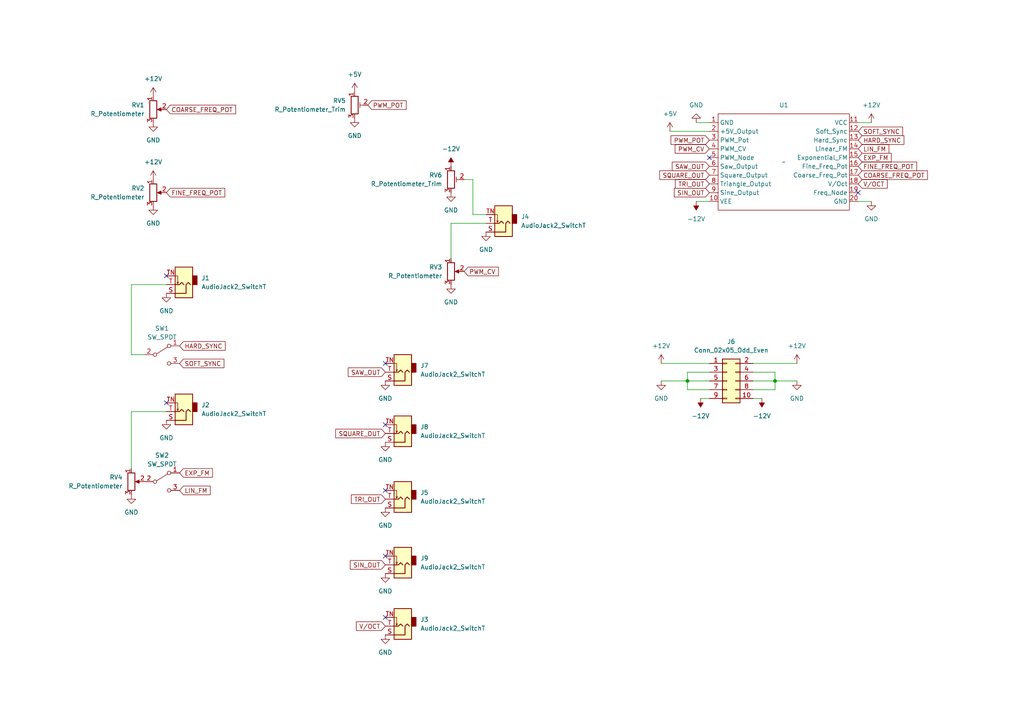
<source format=kicad_sch>
(kicad_sch (version 20230121) (generator eeschema)
  (paper "A4")
  (lib_symbols
    (symbol "Connector_Audio:AudioJack2_SwitchT"
      (property "Reference" "J" (at 0 8.89 0))
      (property "Value" "AudioJack2_SwitchT" (at 0 6.35 0))
      (symbol "AudioJack2_SwitchT_0_1"
        (rectangle (start -2.54 0) (end -3.81 -2.54) (stroke (width 0.254)) (fill (type outline)))
        (polyline (pts (xy 1.778 -0.254) (xy 2.032 -0.762)))
        (polyline (pts (xy 0 0) (xy 0.635 -0.635) (xy 1.27 0) (xy 2.54 0)) (stroke (width 0.254)))
        (polyline (pts (xy 2.54 -2.54) (xy 1.778 -2.54) (xy 1.778 -0.254) (xy 1.524 -0.762)))
        (polyline (pts (xy 2.54 2.54) (xy -0.635 2.54) (xy -0.635 0) (xy -1.27 -0.635) (xy -1.905 0)) (stroke (width 0.254)))
        (rectangle (start 2.54 3.81) (end -2.54 -5.08) (stroke (width 0.254)) (fill (type background)))
      )
      (symbol "AudioJack2_SwitchT_1_1"
        (pin passive line (at 5.08 2.54 180) (length 2.54) (name "~") (number "S"))
        (pin passive line (at 5.08 0 180) (length 2.54) (name "~") (number "T"))
        (pin passive line (at 5.08 -2.54 180) (length 2.54) (name "~") (number "TN"))
      )
    )
    (symbol "Connector_Generic:Conn_02x05_Odd_Even" (pin_names (offset 1.016) hide)
      (property "Reference" "J" (at 1.27 7.62 0))
      (property "Value" "Conn_02x05_Odd_Even" (at 1.27 -7.62 0))
      (symbol "Conn_02x05_Odd_Even_1_1"
        (rectangle (start -1.27 -4.953) (end 0 -5.207) (stroke (width 0.1524)))
        (rectangle (start -1.27 -2.413) (end 0 -2.667) (stroke (width 0.1524)))
        (rectangle (start -1.27 0.127) (end 0 -0.127) (stroke (width 0.1524)))
        (rectangle (start -1.27 2.667) (end 0 2.413) (stroke (width 0.1524)))
        (rectangle (start -1.27 5.207) (end 0 4.953) (stroke (width 0.1524)))
        (rectangle (start -1.27 6.35) (end 3.81 -6.35) (stroke (width 0.254)) (fill (type background)))
        (rectangle (start 3.81 -4.953) (end 2.54 -5.207) (stroke (width 0.1524)))
        (rectangle (start 3.81 -2.413) (end 2.54 -2.667) (stroke (width 0.1524)))
        (rectangle (start 3.81 0.127) (end 2.54 -0.127) (stroke (width 0.1524)))
        (rectangle (start 3.81 2.667) (end 2.54 2.413) (stroke (width 0.1524)))
        (rectangle (start 3.81 5.207) (end 2.54 4.953) (stroke (width 0.1524)))
        (pin passive line (at -5.08 5.08 0) (length 3.81) (name "Pin_1") (number "1"))
        (pin passive line (at 7.62 -5.08 180) (length 3.81) (name "Pin_10") (number "10"))
        (pin passive line (at 7.62 5.08 180) (length 3.81) (name "Pin_2") (number "2"))
        (pin passive line (at -5.08 2.54 0) (length 3.81) (name "Pin_3") (number "3"))
        (pin passive line (at 7.62 2.54 180) (length 3.81) (name "Pin_4") (number "4"))
        (pin passive line (at -5.08 0 0) (length 3.81) (name "Pin_5") (number "5"))
        (pin passive line (at 7.62 0 180) (length 3.81) (name "Pin_6") (number "6"))
        (pin passive line (at -5.08 -2.54 0) (length 3.81) (name "Pin_7") (number "7"))
        (pin passive line (at 7.62 -2.54 180) (length 3.81) (name "Pin_8") (number "8"))
        (pin passive line (at -5.08 -5.08 0) (length 3.81) (name "Pin_9") (number "9"))
      )
    )
    (symbol "Dans_Eurorack_Library:Electrosmith_3340_VCO"
      (property "Reference" "U" (at 0 0 0))
      (symbol "Electrosmith_3340_VCO_0_1"
        (rectangle (start -19.05 13.97) (end 19.05 -13.97))
      )
      (symbol "Electrosmith_3340_VCO_1_1"
        (pin input line (at -21.59 11.43 0) (length 2.54) (name "GND") (number "1"))
        (pin input line (at -21.59 -11.43 0) (length 2.54) (name "VEE") (number "10"))
        (pin input line (at 21.59 11.43 180) (length 2.54) (name "VCC") (number "11"))
        (pin input line (at 21.59 8.89 180) (length 2.54) (name "Soft_Sync") (number "12"))
        (pin input line (at 21.59 6.35 180) (length 2.54) (name "Hard_Sync") (number "13"))
        (pin input line (at 21.59 3.81 180) (length 2.54) (name "Linear_FM") (number "14"))
        (pin input line (at 21.59 1.27 180) (length 2.54) (name "Exponential_FM") (number "15"))
        (pin input line (at 21.59 -1.27 180) (length 2.54) (name "Fine_Freq_Pot") (number "16"))
        (pin input line (at 21.59 -3.81 180) (length 2.54) (name "Coarse_Freq_Pot") (number "17"))
        (pin input line (at 21.59 -6.35 180) (length 2.54) (name "V/Oct") (number "18"))
        (pin input line (at 21.59 -8.89 180) (length 2.54) (name "Freq_Node") (number "19"))
        (pin output line (at -21.59 8.89 0) (length 2.54) (name "+5V_Output") (number "2"))
        (pin input line (at 21.59 -11.43 180) (length 2.54) (name "GND") (number "20"))
        (pin input line (at -21.59 6.35 0) (length 2.54) (name "PWM_Pot") (number "3"))
        (pin input line (at -21.59 3.81 0) (length 2.54) (name "PWM_CV") (number "4"))
        (pin input line (at -21.59 1.27 0) (length 2.54) (name "PWM_Node") (number "5"))
        (pin output line (at -21.59 -1.27 0) (length 2.54) (name "Saw_Output") (number "6"))
        (pin output line (at -21.59 -3.81 0) (length 2.54) (name "Square_Output") (number "7"))
        (pin output line (at -21.59 -6.35 0) (length 2.54) (name "Triangle_Output") (number "8"))
        (pin output line (at -21.59 -8.89 0) (length 2.54) (name "Sine_Output") (number "9"))
      )
    )
    (symbol "Device:R_Potentiometer" (pin_names (offset 1.016) hide)
      (property "Reference" "RV" (at -4.445 0 90))
      (property "Value" "R_Potentiometer" (at -2.54 0 90))
      (symbol "R_Potentiometer_0_1"
        (polyline (pts (xy 2.54 0) (xy 1.524 0)))
        (polyline (pts (xy 1.143 0) (xy 2.286 0.508) (xy 2.286 -0.508) (xy 1.143 0)) (fill (type outline)))
        (rectangle (start 1.016 2.54) (end -1.016 -2.54) (stroke (width 0.254)))
      )
      (symbol "R_Potentiometer_1_1"
        (pin passive line (at 0 3.81 270) (length 1.27) (name "1") (number "1"))
        (pin passive line (at 3.81 0 180) (length 1.27) (name "2") (number "2"))
        (pin passive line (at 0 -3.81 90) (length 1.27) (name "3") (number "3"))
      )
    )
    (symbol "Device:R_Potentiometer_Trim" (pin_names (offset 1.016) hide)
      (property "Reference" "RV" (at -4.445 0 90))
      (property "Value" "R_Potentiometer_Trim" (at -2.54 0 90))
      (symbol "R_Potentiometer_Trim_0_1"
        (polyline (pts (xy 1.524 0.762) (xy 1.524 -0.762)))
        (polyline (pts (xy 2.54 0) (xy 1.524 0)))
        (rectangle (start 1.016 2.54) (end -1.016 -2.54) (stroke (width 0.254)))
      )
      (symbol "R_Potentiometer_Trim_1_1"
        (pin passive line (at 0 3.81 270) (length 1.27) (name "1") (number "1"))
        (pin passive line (at 3.81 0 180) (length 1.27) (name "2") (number "2"))
        (pin passive line (at 0 -3.81 90) (length 1.27) (name "3") (number "3"))
      )
    )
    (symbol "Switch:SW_SPDT" (pin_names (offset 0) hide)
      (property "Reference" "SW" (at 0 4.318 0))
      (property "Value" "SW_SPDT" (at 0 -5.08 0))
      (symbol "SW_SPDT_0_0"
        (circle (center -2.032 0) (radius 0.508))
        (circle (center 2.032 -2.54) (radius 0.508))
      )
      (symbol "SW_SPDT_0_1"
        (polyline (pts (xy -1.524 0.254) (xy 1.651 2.286)))
        (circle (center 2.032 2.54) (radius 0.508))
      )
      (symbol "SW_SPDT_1_1"
        (pin passive line (at 5.08 2.54 180) (length 2.54) (name "A") (number "1"))
        (pin passive line (at -5.08 0 0) (length 2.54) (name "B") (number "2"))
        (pin passive line (at 5.08 -2.54 180) (length 2.54) (name "C") (number "3"))
      )
    )
    (symbol "power:+12V" (power) (pin_names (offset 0))
      (property "Value" "+12V" (at 0 3.556 0))
      (symbol "+12V_0_1"
        (polyline (pts (xy -0.762 1.27) (xy 0 2.54)))
        (polyline (pts (xy 0 0) (xy 0 2.54)))
        (polyline (pts (xy 0 2.54) (xy 0.762 1.27)))
      )
      (symbol "+12V_1_1"
        (pin power_in line (at 0 0 90) (length 0) hide (name "+12V") (number "1"))
      )
    )
    (symbol "power:+5V" (power) (pin_names (offset 0))
      (property "Value" "+5V" (at 0 3.556 0))
      (symbol "+5V_0_1"
        (polyline (pts (xy -0.762 1.27) (xy 0 2.54)))
        (polyline (pts (xy 0 0) (xy 0 2.54)))
        (polyline (pts (xy 0 2.54) (xy 0.762 1.27)))
      )
      (symbol "+5V_1_1"
        (pin power_in line (at 0 0 90) (length 0) hide (name "+5V") (number "1"))
      )
    )
    (symbol "power:-12V" (power) (pin_names (offset 0))
      (property "Value" "-12V" (at 0 3.81 0))
      (symbol "-12V_0_0"
        (pin power_in line (at 0 0 90) (length 0) hide (name "-12V") (number "1"))
      )
      (symbol "-12V_0_1"
        (polyline (pts (xy 0 0) (xy 0 1.27) (xy 0.762 1.27) (xy 0 2.54) (xy -0.762 1.27) (xy 0 1.27)) (fill (type outline)))
      )
    )
    (symbol "power:GND" (power) (pin_names (offset 0))
      (property "Value" "GND" (at 0 -3.81 0))
      (symbol "GND_0_1"
        (polyline (pts (xy 0 0) (xy 0 -1.27) (xy 1.27 -1.27) (xy 0 -2.54) (xy -1.27 -1.27) (xy 0 -1.27)))
      )
      (symbol "GND_1_1"
        (pin power_in line (at 0 0 270) (length 0) hide (name "GND") (number "1"))
      )
    )
  )
  (junction (at 224.79 110.49))
  (junction (at 199.39 110.49))
  (no_connect (at 248.92 55.88))
  (no_connect (at 111.76 105.41))
  (no_connect (at 111.76 123.19))
  (no_connect (at 48.26 116.84))
  (no_connect (at 205.74 45.72))
  (no_connect (at 111.76 142.24))
  (no_connect (at 48.26 80.01))
  (no_connect (at 111.76 179.07))
  (no_connect (at 111.76 161.29))
  (wire (pts (xy 205.74 107.95) (xy 199.39 107.95)))
  (wire (pts (xy 218.44 107.95) (xy 224.79 107.95)))
  (wire (pts (xy 220.98 115.57) (xy 218.44 115.57)))
  (wire (pts (xy 137.16 52.07) (xy 134.62 52.07)))
  (wire (pts (xy 199.39 110.49) (xy 205.74 110.49)))
  (wire (pts (xy 191.77 110.49) (xy 199.39 110.49)))
  (wire (pts (xy 38.1 82.55) (xy 38.1 102.87)))
  (wire (pts (xy 252.73 58.42) (xy 248.92 58.42)))
  (wire (pts (xy 224.79 110.49) (xy 231.14 110.49)))
  (wire (pts (xy 194.31 38.1) (xy 205.74 38.1)))
  (wire (pts (xy 203.2 115.57) (xy 205.74 115.57)))
  (wire (pts (xy 140.97 62.23) (xy 137.16 62.23)))
  (wire (pts (xy 130.81 64.77) (xy 130.81 74.93)))
  (wire (pts (xy 38.1 119.38) (xy 38.1 135.89)))
  (wire (pts (xy 199.39 107.95) (xy 199.39 110.49)))
  (wire (pts (xy 218.44 113.03) (xy 224.79 113.03)))
  (wire (pts (xy 140.97 64.77) (xy 130.81 64.77)))
  (wire (pts (xy 218.44 110.49) (xy 224.79 110.49)))
  (wire (pts (xy 205.74 113.03) (xy 199.39 113.03)))
  (wire (pts (xy 201.93 35.56) (xy 205.74 35.56)))
  (wire (pts (xy 48.26 82.55) (xy 38.1 82.55)))
  (wire (pts (xy 191.77 105.41) (xy 205.74 105.41)))
  (wire (pts (xy 201.93 58.42) (xy 205.74 58.42)))
  (wire (pts (xy 137.16 62.23) (xy 137.16 52.07)))
  (wire (pts (xy 41.91 102.87) (xy 38.1 102.87)))
  (wire (pts (xy 252.73 35.56) (xy 248.92 35.56)))
  (wire (pts (xy 48.26 119.38) (xy 38.1 119.38)))
  (wire (pts (xy 199.39 113.03) (xy 199.39 110.49)))
  (wire (pts (xy 224.79 113.03) (xy 224.79 110.49)))
  (wire (pts (xy 218.44 105.41) (xy 231.14 105.41)))
  (wire (pts (xy 224.79 107.95) (xy 224.79 110.49)))
  (global_label "SOFT_SYNC" (shape input) (at 52.07 105.41 0) (property "Intersheetrefs" "${INTERSHEET_REFS}" (effects hide)))
  (global_label "PWM_POT" (shape input) (at 205.74 40.64 180) (property "Intersheetrefs" "${INTERSHEET_REFS}" (effects hide)))
  (global_label "PWM_CV" (shape input) (at 205.74 43.18 180) (property "Intersheetrefs" "${INTERSHEET_REFS}" (effects hide)))
  (global_label "SAW_OUT" (shape input) (at 111.76 107.95 180) (property "Intersheetrefs" "${INTERSHEET_REFS}" (effects hide)))
  (global_label "FINE_FREQ_POT" (shape input) (at 248.92 48.26 0) (property "Intersheetrefs" "${INTERSHEET_REFS}" (effects hide)))
  (global_label "SOFT_SYNC" (shape input) (at 248.92 38.1 0) (property "Intersheetrefs" "${INTERSHEET_REFS}" (effects hide)))
  (global_label "SIN_OUT" (shape input) (at 205.74 55.88 180) (property "Intersheetrefs" "${INTERSHEET_REFS}" (effects hide)))
  (global_label "SQUARE_OUT" (shape input) (at 205.74 50.8 180) (property "Intersheetrefs" "${INTERSHEET_REFS}" (effects hide)))
  (global_label "EXP_FM" (shape input) (at 248.92 45.72 0) (property "Intersheetrefs" "${INTERSHEET_REFS}" (effects hide)))
  (global_label "TRI_OUT" (shape input) (at 205.74 53.34 180) (property "Intersheetrefs" "${INTERSHEET_REFS}" (effects hide)))
  (global_label "SQUARE_OUT" (shape input) (at 111.76 125.73 180) (property "Intersheetrefs" "${INTERSHEET_REFS}" (effects hide)))
  (global_label "TRI_OUT" (shape input) (at 111.76 144.78 180) (property "Intersheetrefs" "${INTERSHEET_REFS}" (effects hide)))
  (global_label "V{slash}OCT" (shape input) (at 111.76 181.61 180) (property "Intersheetrefs" "${INTERSHEET_REFS}" (effects hide)))
  (global_label "LIN_FM" (shape input) (at 248.92 43.18 0) (property "Intersheetrefs" "${INTERSHEET_REFS}" (effects hide)))
  (global_label "EXP_FM" (shape input) (at 52.07 137.16 0) (property "Intersheetrefs" "${INTERSHEET_REFS}" (effects hide)))
  (global_label "HARD_SYNC" (shape input) (at 248.92 40.64 0) (property "Intersheetrefs" "${INTERSHEET_REFS}" (effects hide)))
  (global_label "COARSE_FREQ_POT" (shape input) (at 248.92 50.8 0) (property "Intersheetrefs" "${INTERSHEET_REFS}" (effects hide)))
  (global_label "HARD_SYNC" (shape input) (at 52.07 100.33 0) (property "Intersheetrefs" "${INTERSHEET_REFS}" (effects hide)))
  (global_label "FINE_FREQ_POT" (shape input) (at 48.26 55.88 0) (property "Intersheetrefs" "${INTERSHEET_REFS}" (effects hide)))
  (global_label "SAW_OUT" (shape input) (at 205.74 48.26 180) (property "Intersheetrefs" "${INTERSHEET_REFS}" (effects hide)))
  (global_label "SIN_OUT" (shape input) (at 111.76 163.83 180) (property "Intersheetrefs" "${INTERSHEET_REFS}" (effects hide)))
  (global_label "LIN_FM" (shape input) (at 52.07 142.24 0) (property "Intersheetrefs" "${INTERSHEET_REFS}" (effects hide)))
  (global_label "PWM_POT" (shape input) (at 106.68 30.48 0) (property "Intersheetrefs" "${INTERSHEET_REFS}" (effects hide)))
  (global_label "COARSE_FREQ_POT" (shape input) (at 48.26 31.75 0) (property "Intersheetrefs" "${INTERSHEET_REFS}" (effects hide)))
  (global_label "PWM_CV" (shape input) (at 134.62 78.74 0) (property "Intersheetrefs" "${INTERSHEET_REFS}" (effects hide)))
  (global_label "V{slash}OCT" (shape input) (at 248.92 53.34 0) (property "Intersheetrefs" "${INTERSHEET_REFS}" (effects hide)))
  (symbol (lib_id "Connector_Audio:AudioJack2_SwitchT") (at 116.84 144.78 180) (unit 1)
    (property "Reference" "J5" (at 121.92 142.875 0) (effects (justify right)))
    (property "Value" "AudioJack2_SwitchT" (at 121.92 145.415 0) (effects (justify right)))
    (property "Footprint" "AudioJacks:Jack_3.5mm_QingPu_WQP-PJ398SM_Vertical" (effects hide))
  )
  (symbol (lib_id "power:+5V") (at 194.31 38.1 0) (unit 1)
    (property "Reference" "#PWR023" (effects hide))
    (property "Value" "+5V" (at 194.31 33.02 0))
  )
  (symbol (lib_id "Connector_Audio:AudioJack2_SwitchT") (at 116.84 125.73 180) (unit 1)
    (property "Reference" "J8" (at 121.92 123.825 0) (effects (justify right)))
    (property "Value" "AudioJack2_SwitchT" (at 121.92 126.365 0) (effects (justify right)))
    (property "Footprint" "AudioJacks:Jack_3.5mm_QingPu_WQP-PJ398SM_Vertical" (effects hide))
  )
  (symbol (lib_id "power:+12V") (at 252.73 35.56 0) (unit 1)
    (property "Reference" "#PWR02" (effects hide))
    (property "Value" "+12V" (at 252.73 30.48 0))
  )
  (symbol (lib_id "Device:R_Potentiometer") (at 44.45 31.75 0) (unit 1)
    (property "Reference" "RV1" (at 41.91 30.48 0) (effects (justify right)))
    (property "Value" "R_Potentiometer" (at 41.91 33.02 0) (effects (justify right)))
    (property "Footprint" "Potentiometer_THT:Potentiometer_Bourns_PTA4543_Single_Slide" (effects hide))
  )
  (symbol (lib_id "power:+12V") (at 231.14 105.41 0) (unit 1)
    (property "Reference" "#PWR020" (effects hide))
    (property "Value" "+12V" (at 231.14 100.33 0))
  )
  (symbol (lib_id "power:GND") (at 111.76 128.27 0) (unit 1)
    (property "Reference" "#PWR014" (effects hide))
    (property "Value" "GND" (at 111.76 133.35 0))
  )
  (symbol (lib_id "power:GND") (at 201.93 35.56 180) (unit 1)
    (property "Reference" "#PWR04" (effects hide))
    (property "Value" "GND" (at 201.93 30.48 0))
  )
  (symbol (lib_id "power:-12V") (at 130.81 48.26 0) (unit 1)
    (property "Reference" "#PWR029" (effects hide))
    (property "Value" "-12V" (at 130.81 43.18 0))
  )
  (symbol (lib_id "power:-12V") (at 203.2 115.57 180) (unit 1)
    (property "Reference" "#PWR019" (effects hide))
    (property "Value" "-12V" (at 203.2 120.65 0))
  )
  (symbol (lib_id "power:GND") (at 44.45 59.69 0) (unit 1)
    (property "Reference" "#PWR06" (effects hide))
    (property "Value" "GND" (at 44.45 64.77 0))
  )
  (symbol (lib_id "power:GND") (at 140.97 67.31 0) (unit 1)
    (property "Reference" "#PWR025" (effects hide))
    (property "Value" "GND" (at 140.97 72.39 0))
  )
  (symbol (lib_id "power:GND") (at 111.76 110.49 0) (unit 1)
    (property "Reference" "#PWR013" (effects hide))
    (property "Value" "GND" (at 111.76 115.57 0))
  )
  (symbol (lib_id "Dans_Eurorack_Library:Electrosmith_3340_VCO") (at 227.33 46.99 0) (unit 1)
    (property "Reference" "U1" (at 227.33 30.48 0))
    (property "Value" "~" (at 227.33 46.99 0))
    (property "Footprint" "Dans_Eurorack:Electrosmith_3340_VCO" (effects hide))
  )
  (symbol (lib_id "Device:R_Potentiometer_Trim") (at 102.87 30.48 0) (unit 1)
    (property "Reference" "RV5" (at 100.33 29.21 0) (effects (justify right)))
    (property "Value" "R_Potentiometer_Trim" (at 100.33 31.75 0) (effects (justify right)))
    (property "Footprint" "Potentiometer_THT:Potentiometer_Bourns_3296Y_Vertical" (effects hide))
  )
  (symbol (lib_id "Connector_Audio:AudioJack2_SwitchT") (at 116.84 181.61 180) (unit 1)
    (property "Reference" "J3" (at 121.92 179.705 0) (effects (justify right)))
    (property "Value" "AudioJack2_SwitchT" (at 121.92 182.245 0) (effects (justify right)))
    (property "Footprint" "AudioJacks:Jack_3.5mm_QingPu_WQP-PJ398SM_Vertical" (effects hide))
  )
  (symbol (lib_id "power:-12V") (at 220.98 115.57 180) (unit 1)
    (property "Reference" "#PWR018" (effects hide))
    (property "Value" "-12V" (at 220.98 120.65 0))
  )
  (symbol (lib_id "power:-12V") (at 201.93 58.42 180) (unit 1)
    (property "Reference" "#PWR03" (effects hide))
    (property "Value" "-12V" (at 201.93 63.5 0))
  )
  (symbol (lib_id "Connector_Audio:AudioJack2_SwitchT") (at 53.34 82.55 180) (unit 1)
    (property "Reference" "J1" (at 58.42 80.645 0) (effects (justify right)))
    (property "Value" "AudioJack2_SwitchT" (at 58.42 83.185 0) (effects (justify right)))
    (property "Footprint" "AudioJacks:Jack_3.5mm_QingPu_WQP-PJ398SM_Vertical" (effects hide))
  )
  (symbol (lib_id "power:GND") (at 111.76 184.15 0) (unit 1)
    (property "Reference" "#PWR024" (effects hide))
    (property "Value" "GND" (at 111.76 189.23 0))
  )
  (symbol (lib_id "Switch:SW_SPDT") (at 46.99 139.7 0) (unit 1)
    (property "Reference" "SW2" (at 46.99 132.08 0))
    (property "Value" "SW_SPDT" (at 46.99 134.62 0))
    (property "Footprint" "Dans_Eurorack:Salecom_SPDT_PCB_Mount_Mini_Toggle_Switch" (effects hide))
  )
  (symbol (lib_id "power:GND") (at 111.76 147.32 0) (unit 1)
    (property "Reference" "#PWR015" (effects hide))
    (property "Value" "GND" (at 111.76 152.4 0))
  )
  (symbol (lib_id "power:GND") (at 44.45 35.56 0) (unit 1)
    (property "Reference" "#PWR07" (effects hide))
    (property "Value" "GND" (at 44.45 40.64 0))
  )
  (symbol (lib_id "Connector_Audio:AudioJack2_SwitchT") (at 116.84 163.83 180) (unit 1)
    (property "Reference" "J9" (at 121.92 161.925 0) (effects (justify right)))
    (property "Value" "AudioJack2_SwitchT" (at 121.92 164.465 0) (effects (justify right)))
    (property "Footprint" "AudioJacks:Jack_3.5mm_QingPu_WQP-PJ398SM_Vertical" (effects hide))
  )
  (symbol (lib_id "power:GND") (at 38.1 143.51 0) (unit 1)
    (property "Reference" "#PWR010" (effects hide))
    (property "Value" "GND" (at 38.1 148.59 0))
  )
  (symbol (lib_id "Device:R_Potentiometer") (at 130.81 78.74 0) (unit 1)
    (property "Reference" "RV3" (at 128.27 77.47 0) (effects (justify right)))
    (property "Value" "R_Potentiometer" (at 128.27 80.01 0) (effects (justify right)))
    (property "Footprint" "Potentiometer_THT:Potentiometer_Bourns_PTA4543_Single_Slide" (effects hide))
  )
  (symbol (lib_id "power:GND") (at 102.87 34.29 0) (unit 1)
    (property "Reference" "#PWR027" (effects hide))
    (property "Value" "GND" (at 102.87 39.37 0))
  )
  (symbol (lib_id "Connector_Generic:Conn_02x05_Odd_Even") (at 210.82 110.49 0) (unit 1)
    (property "Reference" "J6" (at 212.09 99.06 0))
    (property "Value" "Conn_02x05_Odd_Even" (at 212.09 101.6 0))
    (property "Footprint" "Connector_IDC:IDC-Header_2x05_P2.54mm_Vertical" (effects hide))
  )
  (symbol (lib_id "Connector_Audio:AudioJack2_SwitchT") (at 53.34 119.38 180) (unit 1)
    (property "Reference" "J2" (at 58.42 117.475 0) (effects (justify right)))
    (property "Value" "AudioJack2_SwitchT" (at 58.42 120.015 0) (effects (justify right)))
    (property "Footprint" "AudioJacks:Jack_3.5mm_QingPu_WQP-PJ398SM_Vertical" (effects hide))
  )
  (symbol (lib_id "power:GND") (at 231.14 110.49 0) (unit 1)
    (property "Reference" "#PWR016" (effects hide))
    (property "Value" "GND" (at 231.14 115.57 0))
  )
  (symbol (lib_id "power:GND") (at 111.76 166.37 0) (unit 1)
    (property "Reference" "#PWR05" (effects hide))
    (property "Value" "GND" (at 111.76 171.45 0))
  )
  (symbol (lib_id "power:GND") (at 252.73 58.42 0) (unit 1)
    (property "Reference" "#PWR01" (effects hide))
    (property "Value" "GND" (at 252.73 63.5 0))
  )
  (symbol (lib_id "Connector_Audio:AudioJack2_SwitchT") (at 146.05 64.77 180) (unit 1)
    (property "Reference" "J4" (at 151.13 62.865 0) (effects (justify right)))
    (property "Value" "AudioJack2_SwitchT" (at 151.13 65.405 0) (effects (justify right)))
    (property "Footprint" "AudioJacks:Jack_3.5mm_QingPu_WQP-PJ398SM_Vertical" (effects hide))
  )
  (symbol (lib_id "Switch:SW_SPDT") (at 46.99 102.87 0) (unit 1)
    (property "Reference" "SW1" (at 46.99 95.25 0))
    (property "Value" "SW_SPDT" (at 46.99 97.79 0))
    (property "Footprint" "Dans_Eurorack:Salecom_SPDT_PCB_Mount_Mini_Toggle_Switch" (effects hide))
  )
  (symbol (lib_id "power:GND") (at 48.26 121.92 0) (unit 1)
    (property "Reference" "#PWR012" (effects hide))
    (property "Value" "GND" (at 48.26 127 0))
  )
  (symbol (lib_id "Connector_Audio:AudioJack2_SwitchT") (at 116.84 107.95 180) (unit 1)
    (property "Reference" "J7" (at 121.92 106.045 0) (effects (justify right)))
    (property "Value" "AudioJack2_SwitchT" (at 121.92 108.585 0) (effects (justify right)))
    (property "Footprint" "AudioJacks:Jack_3.5mm_QingPu_WQP-PJ398SM_Vertical" (effects hide))
  )
  (symbol (lib_id "Device:R_Potentiometer") (at 44.45 55.88 0) (unit 1)
    (property "Reference" "RV2" (at 41.91 54.61 0) (effects (justify right)))
    (property "Value" "R_Potentiometer" (at 41.91 57.15 0) (effects (justify right)))
    (property "Footprint" "Potentiometer_THT:Potentiometer_Bourns_PTA4543_Single_Slide" (effects hide))
  )
  (symbol (lib_id "Device:R_Potentiometer") (at 38.1 139.7 0) (unit 1)
    (property "Reference" "RV4" (at 35.56 138.43 0) (effects (justify right)))
    (property "Value" "R_Potentiometer" (at 35.56 140.97 0) (effects (justify right)))
    (property "Footprint" "Potentiometer_THT:Potentiometer_Bourns_PTA4543_Single_Slide" (effects hide))
  )
  (symbol (lib_id "power:+12V") (at 191.77 105.41 0) (unit 1)
    (property "Reference" "#PWR021" (effects hide))
    (property "Value" "+12V" (at 191.77 100.33 0))
  )
  (symbol (lib_id "power:GND") (at 130.81 82.55 0) (unit 1)
    (property "Reference" "#PWR011" (effects hide))
    (property "Value" "GND" (at 130.81 87.63 0))
  )
  (symbol (lib_id "power:+5V") (at 102.87 26.67 0) (unit 1)
    (property "Reference" "#PWR028" (effects hide))
    (property "Value" "+5V" (at 102.87 21.59 0))
  )
  (symbol (lib_id "power:GND") (at 130.81 55.88 0) (unit 1)
    (property "Reference" "#PWR026" (effects hide))
    (property "Value" "GND" (at 130.81 60.96 0))
  )
  (symbol (lib_id "power:GND") (at 191.77 110.49 0) (unit 1)
    (property "Reference" "#PWR017" (effects hide))
    (property "Value" "GND" (at 191.77 115.57 0))
  )
  (symbol (lib_id "power:+12V") (at 44.45 52.07 0) (unit 1)
    (property "Reference" "#PWR022" (effects hide))
    (property "Value" "+12V" (at 44.45 46.99 0))
  )
  (symbol (lib_id "power:+12V") (at 44.45 27.94 0) (unit 1)
    (property "Reference" "#PWR08" (effects hide))
    (property "Value" "+12V" (at 44.45 22.86 0))
  )
  (symbol (lib_id "Device:R_Potentiometer_Trim") (at 130.81 52.07 0) (unit 1)
    (property "Reference" "RV6" (at 128.27 50.8 0) (effects (justify right)))
    (property "Value" "R_Potentiometer_Trim" (at 128.27 53.34 0) (effects (justify right)))
    (property "Footprint" "Potentiometer_THT:Potentiometer_Bourns_3296Y_Vertical" (effects hide))
  )
  (symbol (lib_id "power:GND") (at 48.26 85.09 0) (unit 1)
    (property "Reference" "#PWR09" (effects hide))
    (property "Value" "GND" (at 48.26 90.17 0))
  )
)
</source>
